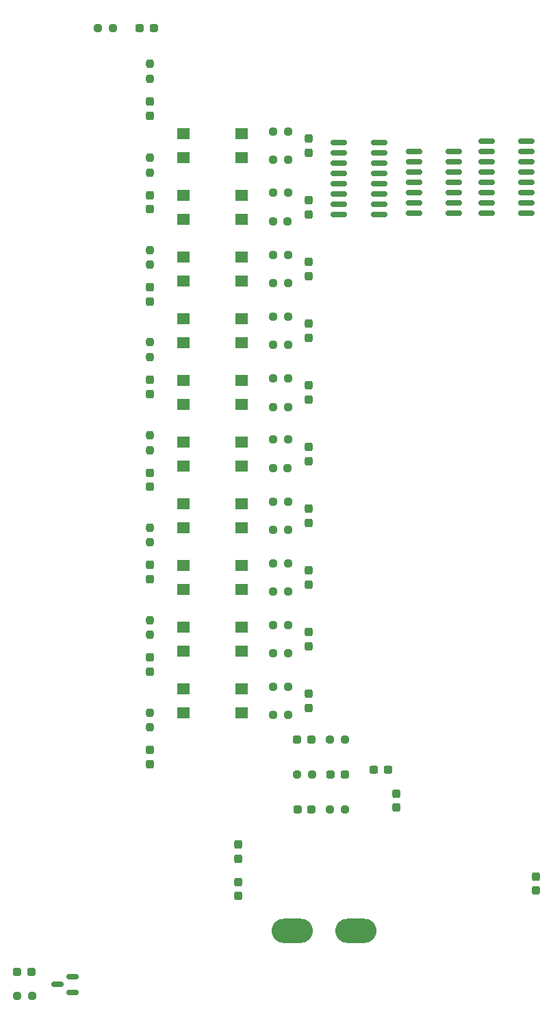
<source format=gbr>
%TF.GenerationSoftware,KiCad,Pcbnew,7.0.7*%
%TF.CreationDate,2023-11-13T00:04:04-06:00*%
%TF.ProjectId,Armboard_Hardware,41726d62-6f61-4726-945f-486172647761,rev?*%
%TF.SameCoordinates,Original*%
%TF.FileFunction,Paste,Top*%
%TF.FilePolarity,Positive*%
%FSLAX46Y46*%
G04 Gerber Fmt 4.6, Leading zero omitted, Abs format (unit mm)*
G04 Created by KiCad (PCBNEW 7.0.7) date 2023-11-13 00:04:04*
%MOMM*%
%LPD*%
G01*
G04 APERTURE LIST*
G04 Aperture macros list*
%AMRoundRect*
0 Rectangle with rounded corners*
0 $1 Rounding radius*
0 $2 $3 $4 $5 $6 $7 $8 $9 X,Y pos of 4 corners*
0 Add a 4 corners polygon primitive as box body*
4,1,4,$2,$3,$4,$5,$6,$7,$8,$9,$2,$3,0*
0 Add four circle primitives for the rounded corners*
1,1,$1+$1,$2,$3*
1,1,$1+$1,$4,$5*
1,1,$1+$1,$6,$7*
1,1,$1+$1,$8,$9*
0 Add four rect primitives between the rounded corners*
20,1,$1+$1,$2,$3,$4,$5,0*
20,1,$1+$1,$4,$5,$6,$7,0*
20,1,$1+$1,$6,$7,$8,$9,0*
20,1,$1+$1,$8,$9,$2,$3,0*%
G04 Aperture macros list end*
%ADD10RoundRect,0.237500X0.250000X0.237500X-0.250000X0.237500X-0.250000X-0.237500X0.250000X-0.237500X0*%
%ADD11RoundRect,0.237500X-0.237500X0.287500X-0.237500X-0.287500X0.237500X-0.287500X0.237500X0.287500X0*%
%ADD12RoundRect,0.237500X0.237500X-0.250000X0.237500X0.250000X-0.237500X0.250000X-0.237500X-0.250000X0*%
%ADD13RoundRect,0.237500X0.237500X-0.300000X0.237500X0.300000X-0.237500X0.300000X-0.237500X-0.300000X0*%
%ADD14RoundRect,0.237500X-0.287500X-0.237500X0.287500X-0.237500X0.287500X0.237500X-0.287500X0.237500X0*%
%ADD15RoundRect,0.237500X-0.237500X0.300000X-0.237500X-0.300000X0.237500X-0.300000X0.237500X0.300000X0*%
%ADD16R,1.600000X1.400000*%
%ADD17RoundRect,0.150000X-0.825000X-0.150000X0.825000X-0.150000X0.825000X0.150000X-0.825000X0.150000X0*%
%ADD18RoundRect,0.237500X0.287500X0.237500X-0.287500X0.237500X-0.287500X-0.237500X0.287500X-0.237500X0*%
%ADD19RoundRect,0.237500X0.300000X0.237500X-0.300000X0.237500X-0.300000X-0.237500X0.300000X-0.237500X0*%
%ADD20RoundRect,0.237500X-0.250000X-0.237500X0.250000X-0.237500X0.250000X0.237500X-0.250000X0.237500X0*%
%ADD21O,5.100000X3.000000*%
%ADD22RoundRect,0.150000X0.587500X0.150000X-0.587500X0.150000X-0.587500X-0.150000X0.587500X-0.150000X0*%
G04 APERTURE END LIST*
D10*
%TO.C,R33*%
X69247300Y-165227000D03*
X67422300Y-165227000D03*
%TD*%
D11*
%TO.C,D21*%
X83820000Y-134874000D03*
X83820000Y-136624000D03*
%TD*%
D10*
%TO.C,R13*%
X100908500Y-81305400D03*
X99083500Y-81305400D03*
%TD*%
%TO.C,R19*%
X100912300Y-104165400D03*
X99087300Y-104165400D03*
%TD*%
%TO.C,R4*%
X100912300Y-61976000D03*
X99087300Y-61976000D03*
%TD*%
D12*
%TO.C,R26*%
X83820000Y-86303500D03*
X83820000Y-84478500D03*
%TD*%
D11*
%TO.C,D15*%
X83820000Y-89154000D03*
X83820000Y-90904000D03*
%TD*%
D10*
%TO.C,R5*%
X100885000Y-69596000D03*
X99060000Y-69596000D03*
%TD*%
D11*
%TO.C,D17*%
X83820000Y-100612000D03*
X83820000Y-102362000D03*
%TD*%
%TO.C,D10*%
X103452300Y-105079800D03*
X103452300Y-106829800D03*
%TD*%
D10*
%TO.C,R18*%
X100912300Y-122936000D03*
X99087300Y-122936000D03*
%TD*%
%TO.C,R8*%
X100912300Y-66040000D03*
X99087300Y-66040000D03*
%TD*%
D11*
%TO.C,D12*%
X103452300Y-120319800D03*
X103452300Y-122069800D03*
%TD*%
D10*
%TO.C,R15*%
X100912300Y-96520000D03*
X99087300Y-96520000D03*
%TD*%
D13*
%TO.C,C4*%
X94742000Y-152908000D03*
X94742000Y-151183000D03*
%TD*%
D11*
%TO.C,D13*%
X103452300Y-127914400D03*
X103452300Y-129664400D03*
%TD*%
D12*
%TO.C,R29*%
X83820000Y-74930000D03*
X83820000Y-73105000D03*
%TD*%
D11*
%TO.C,D20*%
X83820000Y-123444000D03*
X83820000Y-125194000D03*
%TD*%
D14*
%TO.C,D1*%
X102115000Y-142240000D03*
X103865000Y-142240000D03*
%TD*%
D15*
%TO.C,C6*%
X131596000Y-150497000D03*
X131596000Y-152222000D03*
%TD*%
D11*
%TO.C,D5*%
X103452300Y-66979800D03*
X103452300Y-68729800D03*
%TD*%
%TO.C,D7*%
X103452300Y-82219800D03*
X103452300Y-83969800D03*
%TD*%
D10*
%TO.C,R24*%
X107950000Y-133604000D03*
X106125000Y-133604000D03*
%TD*%
D13*
%TO.C,C7*%
X114300000Y-141986000D03*
X114300000Y-140261000D03*
%TD*%
D10*
%TO.C,R1*%
X107950000Y-142240000D03*
X106125000Y-142240000D03*
%TD*%
D14*
%TO.C,D14*%
X82578000Y-45720000D03*
X84328000Y-45720000D03*
%TD*%
D10*
%TO.C,R11*%
X100933900Y-92481400D03*
X99108900Y-92481400D03*
%TD*%
%TO.C,R10*%
X100912300Y-84836000D03*
X99087300Y-84836000D03*
%TD*%
%TO.C,R6*%
X100912300Y-77216000D03*
X99087300Y-77216000D03*
%TD*%
D16*
%TO.C,SW2*%
X88009100Y-58724800D03*
X95209100Y-58724800D03*
X88009100Y-61724800D03*
X95209100Y-61724800D03*
%TD*%
D12*
%TO.C,R32*%
X83820000Y-132080000D03*
X83820000Y-130255000D03*
%TD*%
D17*
%TO.C,U4*%
X125480420Y-59690000D03*
X125480420Y-60960000D03*
X125480420Y-62230000D03*
X125480420Y-63500000D03*
X125480420Y-64770000D03*
X125480420Y-66040000D03*
X125480420Y-67310000D03*
X125480420Y-68580000D03*
X130430420Y-68580000D03*
X130430420Y-67310000D03*
X130430420Y-66040000D03*
X130430420Y-64770000D03*
X130430420Y-63500000D03*
X130430420Y-62230000D03*
X130430420Y-60960000D03*
X130430420Y-59690000D03*
%TD*%
D10*
%TO.C,R16*%
X100912300Y-107696000D03*
X99087300Y-107696000D03*
%TD*%
D17*
%TO.C,U5*%
X116517220Y-60960000D03*
X116517220Y-62230000D03*
X116517220Y-63500000D03*
X116517220Y-64770000D03*
X116517220Y-66040000D03*
X116517220Y-67310000D03*
X116517220Y-68580000D03*
X121467220Y-68580000D03*
X121467220Y-67310000D03*
X121467220Y-66040000D03*
X121467220Y-64770000D03*
X121467220Y-63500000D03*
X121467220Y-62230000D03*
X121467220Y-60960000D03*
%TD*%
D18*
%TO.C,D3*%
X107950000Y-137922000D03*
X106200000Y-137922000D03*
%TD*%
D16*
%TO.C,SW9*%
X88009100Y-112064800D03*
X95209100Y-112064800D03*
X88009100Y-115064800D03*
X95209100Y-115064800D03*
%TD*%
D12*
%TO.C,R27*%
X83820000Y-63523500D03*
X83820000Y-61698500D03*
%TD*%
D11*
%TO.C,D6*%
X103452300Y-74599800D03*
X103452300Y-76349800D03*
%TD*%
%TO.C,D19*%
X83820000Y-112014000D03*
X83820000Y-113764000D03*
%TD*%
D12*
%TO.C,R28*%
X83820000Y-97818000D03*
X83820000Y-95993000D03*
%TD*%
D11*
%TO.C,D11*%
X103452300Y-112699800D03*
X103452300Y-114449800D03*
%TD*%
D16*
%TO.C,SW4*%
X88009100Y-73964800D03*
X95209100Y-73964800D03*
X88009100Y-76964800D03*
X95209100Y-76964800D03*
%TD*%
%TO.C,SW11*%
X88009100Y-127304800D03*
X95209100Y-127304800D03*
X88009100Y-130304800D03*
X95209100Y-130304800D03*
%TD*%
D11*
%TO.C,D8*%
X103452300Y-89839800D03*
X103452300Y-91589800D03*
%TD*%
D10*
%TO.C,R3*%
X79248000Y-45720000D03*
X77423000Y-45720000D03*
%TD*%
%TO.C,R20*%
X100912300Y-111785400D03*
X99087300Y-111785400D03*
%TD*%
D16*
%TO.C,SW7*%
X88012300Y-96824800D03*
X95212300Y-96824800D03*
X88012300Y-99824800D03*
X95212300Y-99824800D03*
%TD*%
D10*
%TO.C,R14*%
X100912300Y-88925400D03*
X99087300Y-88925400D03*
%TD*%
%TO.C,R22*%
X100912300Y-130556000D03*
X99087300Y-130556000D03*
%TD*%
D19*
%TO.C,C8*%
X113284000Y-137337800D03*
X111559000Y-137337800D03*
%TD*%
D10*
%TO.C,R17*%
X100912300Y-115316000D03*
X99087300Y-115316000D03*
%TD*%
D11*
%TO.C,D4*%
X103452300Y-59359800D03*
X103452300Y-61109800D03*
%TD*%
D10*
%TO.C,R9*%
X100916100Y-73685400D03*
X99091100Y-73685400D03*
%TD*%
D11*
%TO.C,D18*%
X83820000Y-77724000D03*
X83820000Y-79474000D03*
%TD*%
D12*
%TO.C,R31*%
X83820000Y-120650000D03*
X83820000Y-118825000D03*
%TD*%
D14*
%TO.C,D2*%
X102089000Y-133604000D03*
X103839000Y-133604000D03*
%TD*%
D12*
%TO.C,R25*%
X83820000Y-51936000D03*
X83820000Y-50111000D03*
%TD*%
D14*
%TO.C,D22*%
X67459800Y-162306000D03*
X69209800Y-162306000D03*
%TD*%
D16*
%TO.C,SW3*%
X88009100Y-66344800D03*
X95209100Y-66344800D03*
X88009100Y-69344800D03*
X95209100Y-69344800D03*
%TD*%
D10*
%TO.C,R7*%
X100912300Y-58445400D03*
X99087300Y-58445400D03*
%TD*%
D16*
%TO.C,SW5*%
X88009100Y-81584800D03*
X95209100Y-81584800D03*
X88009100Y-84584800D03*
X95209100Y-84584800D03*
%TD*%
D11*
%TO.C,D16*%
X83820000Y-66322000D03*
X83820000Y-68072000D03*
%TD*%
D20*
%TO.C,R2*%
X102089000Y-137922000D03*
X103914000Y-137922000D03*
%TD*%
D11*
%TO.C,D9*%
X103452300Y-97459800D03*
X103452300Y-99209800D03*
%TD*%
D17*
%TO.C,U3*%
X107243220Y-59817000D03*
X107243220Y-61087000D03*
X107243220Y-62357000D03*
X107243220Y-63627000D03*
X107243220Y-64897000D03*
X107243220Y-66167000D03*
X107243220Y-67437000D03*
X107243220Y-68707000D03*
X112193220Y-68707000D03*
X112193220Y-67437000D03*
X112193220Y-66167000D03*
X112193220Y-64897000D03*
X112193220Y-63627000D03*
X112193220Y-62357000D03*
X112193220Y-61087000D03*
X112193220Y-59817000D03*
%TD*%
D12*
%TO.C,R30*%
X83820000Y-109220000D03*
X83820000Y-107395000D03*
%TD*%
D10*
%TO.C,R12*%
X100888800Y-100076000D03*
X99063800Y-100076000D03*
%TD*%
D21*
%TO.C,Conn1*%
X101473000Y-157226000D03*
X109347000Y-157226000D03*
%TD*%
D16*
%TO.C,SW6*%
X88009100Y-89204800D03*
X95209100Y-89204800D03*
X88009100Y-92204800D03*
X95209100Y-92204800D03*
%TD*%
D10*
%TO.C,R21*%
X100912300Y-119405400D03*
X99087300Y-119405400D03*
%TD*%
D16*
%TO.C,SW8*%
X88012300Y-104438800D03*
X95212300Y-104438800D03*
X88012300Y-107438800D03*
X95212300Y-107438800D03*
%TD*%
D11*
%TO.C,D23*%
X83820000Y-54744000D03*
X83820000Y-56494000D03*
%TD*%
D10*
%TO.C,R23*%
X100912300Y-127025400D03*
X99087300Y-127025400D03*
%TD*%
D22*
%TO.C,Q1*%
X74265000Y-164780000D03*
X74265000Y-162880000D03*
X72390000Y-163830000D03*
%TD*%
D15*
%TO.C,C5*%
X94742000Y-146558000D03*
X94742000Y-148283000D03*
%TD*%
D16*
%TO.C,SW10*%
X88009100Y-119684800D03*
X95209100Y-119684800D03*
X88009100Y-122684800D03*
X95209100Y-122684800D03*
%TD*%
M02*

</source>
